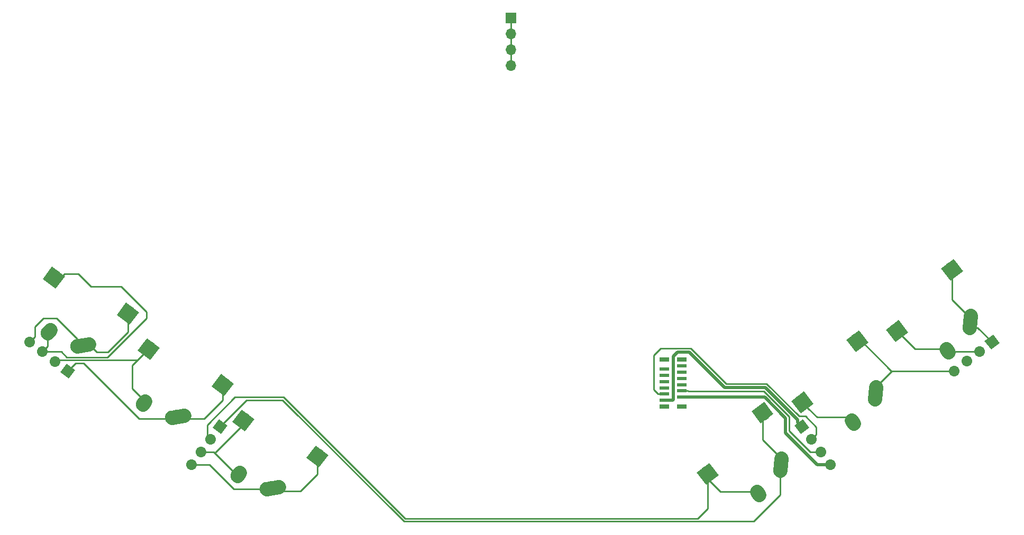
<source format=gbr>
G04 #@! TF.GenerationSoftware,KiCad,Pcbnew,(5.1.4)-1*
G04 #@! TF.CreationDate,2023-05-25T15:27:45-04:00*
G04 #@! TF.ProjectId,ThumbsUp,5468756d-6273-4557-902e-6b696361645f,rev?*
G04 #@! TF.SameCoordinates,Original*
G04 #@! TF.FileFunction,Copper,L2,Bot*
G04 #@! TF.FilePolarity,Positive*
%FSLAX46Y46*%
G04 Gerber Fmt 4.6, Leading zero omitted, Abs format (unit mm)*
G04 Created by KiCad (PCBNEW (5.1.4)-1) date 2023-05-25 15:27:45*
%MOMM*%
%LPD*%
G04 APERTURE LIST*
%ADD10C,1.700000*%
%ADD11C,1.700000*%
%ADD12C,0.100000*%
%ADD13R,1.700000X1.700000*%
%ADD14O,1.700000X1.700000*%
%ADD15C,2.500000*%
%ADD16C,2.250000*%
%ADD17C,2.250000*%
%ADD18R,1.500000X0.800000*%
%ADD19R,1.500000X0.600000*%
%ADD20C,0.254000*%
%ADD21C,0.508000*%
G04 APERTURE END LIST*
D10*
X213460025Y154962088D03*
D11*
X213460025Y154962088D02*
X213460025Y154962088D01*
D10*
X215488560Y156490698D03*
D11*
X215488560Y156490698D02*
X215488560Y156490698D01*
D10*
X217517094Y158019308D03*
D11*
X217517094Y158019308D02*
X217517094Y158019308D01*
D10*
X219545628Y159547918D03*
D12*
G36*
X220736011Y159380621D02*
G01*
X219378331Y158357535D01*
X218355245Y159715215D01*
X219712925Y160738301D01*
X220736011Y159380621D01*
X220736011Y159380621D01*
G37*
D13*
X142500000Y211500000D03*
D14*
X142500000Y208960000D03*
X142500000Y206420000D03*
X142500000Y203880000D03*
D10*
X71590133Y154960293D03*
D12*
G36*
X71757430Y153769910D02*
G01*
X70399750Y154792996D01*
X71422836Y156150676D01*
X72780516Y155127590D01*
X71757430Y153769910D01*
X71757430Y153769910D01*
G37*
D10*
X69561599Y156488903D03*
D11*
X69561599Y156488903D02*
X69561599Y156488903D01*
D10*
X67533065Y158017513D03*
D11*
X67533065Y158017513D02*
X67533065Y158017513D01*
D10*
X65504530Y159546123D03*
D11*
X65504530Y159546123D02*
X65504530Y159546123D01*
D10*
X95944722Y146038149D03*
D12*
G36*
X97135105Y146205446D02*
G01*
X96112019Y144847766D01*
X94754339Y145870852D01*
X95777425Y147228532D01*
X97135105Y146205446D01*
X97135105Y146205446D01*
G37*
D10*
X94416112Y144009615D03*
D11*
X94416112Y144009615D02*
X94416112Y144009615D01*
D10*
X92887502Y141981081D03*
D11*
X92887502Y141981081D02*
X92887502Y141981081D01*
D10*
X91358892Y139952546D03*
D11*
X91358892Y139952546D02*
X91358892Y139952546D01*
D10*
X193667308Y139936287D03*
D11*
X193667308Y139936287D02*
X193667308Y139936287D01*
D10*
X192138698Y141964822D03*
D11*
X192138698Y141964822D02*
X192138698Y141964822D01*
D10*
X190610088Y143993356D03*
D11*
X190610088Y143993356D02*
X190610088Y143993356D01*
D10*
X189081478Y146021890D03*
D12*
G36*
X189248775Y147212273D02*
G01*
X190271861Y145854593D01*
X188914181Y144831507D01*
X187891095Y146189187D01*
X189248775Y147212273D01*
X189248775Y147212273D01*
G37*
D15*
X99702944Y147012618D03*
D12*
G36*
X97932415Y146781638D02*
G01*
X99436953Y148778227D01*
X101473473Y147243598D01*
X99968935Y145247009D01*
X97932415Y146781638D01*
X97932415Y146781638D01*
G37*
D15*
X111555515Y141261489D03*
D12*
G36*
X109784986Y141030509D02*
G01*
X111289524Y143027098D01*
X113326044Y141492469D01*
X111821506Y139495880D01*
X109784986Y141030509D01*
X109784986Y141030509D01*
G37*
D16*
X103421995Y136021144D03*
X104384425Y136209960D03*
D17*
X105346857Y136398775D02*
X103421993Y136021145D01*
D16*
X98746911Y138191766D03*
X98937411Y138411334D03*
D17*
X99127910Y138630902D02*
X98746912Y138191766D01*
D15*
X84528870Y158447104D03*
D12*
G36*
X82758341Y158216124D02*
G01*
X84262879Y160212713D01*
X86299399Y158678084D01*
X84794861Y156681495D01*
X82758341Y158216124D01*
X82758341Y158216124D01*
G37*
D15*
X96381441Y152695975D03*
D12*
G36*
X94610912Y152464995D02*
G01*
X96115450Y154461584D01*
X98151970Y152926955D01*
X96647432Y150930366D01*
X94610912Y152464995D01*
X94610912Y152464995D01*
G37*
D16*
X88247921Y147455630D03*
X89210351Y147644446D03*
D17*
X90172783Y147833261D02*
X88247919Y147455631D01*
D16*
X83572837Y149626252D03*
X83763337Y149845820D03*
D17*
X83953836Y150065388D02*
X83572838Y149626252D01*
D16*
X197237740Y146796411D03*
D17*
X197079186Y147040052D02*
X197396294Y146552770D01*
D16*
X197396293Y146552770D03*
X200855236Y151425637D03*
D17*
X200939018Y152402830D02*
X200771454Y150448444D01*
D16*
X200771456Y150448445D03*
D15*
X197976015Y159711321D03*
D12*
G36*
X197710024Y157945712D02*
G01*
X196205486Y159942301D01*
X198242006Y161476930D01*
X199746544Y159480341D01*
X197710024Y157945712D01*
X197710024Y157945712D01*
G37*
D15*
X189180664Y149903124D03*
D12*
G36*
X188914673Y148137515D02*
G01*
X187410135Y150134104D01*
X189446655Y151668733D01*
X190951193Y149672144D01*
X188914673Y148137515D01*
X188914673Y148137515D01*
G37*
D15*
X204354739Y161337610D03*
D12*
G36*
X204088748Y159572001D02*
G01*
X202584210Y161568590D01*
X204620730Y163103219D01*
X206125268Y161106630D01*
X204088748Y159572001D01*
X204088748Y159572001D01*
G37*
D15*
X213150090Y171145807D03*
D12*
G36*
X212884099Y169380198D02*
G01*
X211379561Y171376787D01*
X213416081Y172911416D01*
X214920619Y170914827D01*
X212884099Y169380198D01*
X212884099Y169380198D01*
G37*
D16*
X215945531Y161882931D03*
X216029311Y162860123D03*
D17*
X216113093Y163837316D02*
X215945529Y161882930D01*
D16*
X212570368Y157987256D03*
X212411815Y158230897D03*
D17*
X212253261Y158474538D02*
X212570369Y157987256D01*
D16*
X68589262Y161280305D03*
D17*
X68779761Y161499873D02*
X68398763Y161060737D01*
D16*
X68398762Y161060737D03*
X74036276Y159078931D03*
D17*
X74998708Y159267746D02*
X73073844Y158890116D01*
D16*
X73073846Y158890115D03*
D15*
X81207366Y164130460D03*
D12*
G36*
X79436837Y163899480D02*
G01*
X80941375Y165896069D01*
X82977895Y164361440D01*
X81473357Y162364851D01*
X79436837Y163899480D01*
X79436837Y163899480D01*
G37*
D15*
X69354795Y169881589D03*
D12*
G36*
X67584266Y169650609D02*
G01*
X69088804Y171647198D01*
X71125324Y170112569D01*
X69620786Y168115980D01*
X67584266Y169650609D01*
X67584266Y169650609D01*
G37*
D16*
X182063666Y135361927D03*
D17*
X181905112Y135605568D02*
X182222220Y135118286D01*
D16*
X182222219Y135118286D03*
X185681162Y139991153D03*
D17*
X185764944Y140968346D02*
X185597380Y139013960D01*
D16*
X185597382Y139013961D03*
D15*
X182801941Y148276837D03*
D12*
G36*
X182535950Y146511228D02*
G01*
X181031412Y148507817D01*
X183067932Y150042446D01*
X184572470Y148045857D01*
X182535950Y146511228D01*
X182535950Y146511228D01*
G37*
D15*
X174006590Y138468640D03*
D12*
G36*
X173740599Y136703031D02*
G01*
X172236061Y138699620D01*
X174272581Y140234249D01*
X175777119Y138237660D01*
X173740599Y136703031D01*
X173740599Y136703031D01*
G37*
D18*
X167100000Y149250000D03*
X169900000Y149250000D03*
X167100000Y156750000D03*
X169900000Y156750000D03*
D19*
X167100000Y150250000D03*
X169900000Y150750000D03*
X167100000Y151250000D03*
X169900000Y151750000D03*
X167100000Y152250000D03*
X169900000Y152750000D03*
X167100000Y153250000D03*
X169900000Y153750000D03*
X167100000Y154250000D03*
X169900000Y154750000D03*
X167100000Y155250000D03*
X169900000Y155750000D03*
D20*
X170904000Y151750000D02*
X169900000Y151750000D01*
X190435178Y141964822D02*
X187081011Y145318989D01*
X192138698Y141964822D02*
X190435178Y141964822D01*
X187081011Y145318989D02*
X187081011Y147640662D01*
X187081011Y147640662D02*
X182983695Y151737978D01*
X182983695Y151737978D02*
X170916022Y151737978D01*
X170916022Y151737978D02*
X170904000Y151750000D01*
X166096000Y151250000D02*
X167100000Y151250000D01*
X165400000Y151946000D02*
X166096000Y151250000D01*
X165400000Y157500000D02*
X165400000Y151946000D01*
X171340662Y158581011D02*
X166481011Y158581011D01*
X177021672Y152900000D02*
X171340662Y158581011D01*
X166481011Y158581011D02*
X165400000Y157500000D01*
X191400000Y144783268D02*
X191400000Y145962522D01*
X190610088Y143993356D02*
X191400000Y144783268D01*
X191400000Y145962522D02*
X189662522Y147700000D01*
X189662522Y147700000D02*
X188665019Y147700000D01*
X188665019Y147700000D02*
X183465019Y152900000D01*
X183465019Y152900000D02*
X177021672Y152900000D01*
D21*
X186500000Y144978327D02*
X186500000Y147400000D01*
X183150000Y150750000D02*
X171158000Y150750000D01*
X193667308Y139936287D02*
X191542040Y139936287D01*
X191542040Y139936287D02*
X186500000Y144978327D01*
X171158000Y150750000D02*
X169900000Y150750000D01*
X186500000Y147400000D02*
X183150000Y150750000D01*
X168358000Y150250000D02*
X167100000Y150250000D01*
X168500000Y150392000D02*
X168358000Y150250000D01*
X168500000Y157317202D02*
X168500000Y150392000D01*
X171100000Y158000000D02*
X169182798Y158000000D01*
X169182798Y158000000D02*
X168500000Y157317202D01*
X188403821Y147139525D02*
X183224357Y152318989D01*
X188403821Y146699547D02*
X188403821Y147139525D01*
X189081478Y146021890D02*
X188403821Y146699547D01*
X183224357Y152318989D02*
X176781011Y152318989D01*
X176781011Y152318989D02*
X171100000Y158000000D01*
D20*
X203498276Y154962088D02*
X200939018Y152402830D01*
X213460025Y154962088D02*
X203498276Y154962088D01*
X198632347Y159711321D02*
X197976015Y159711321D01*
X203498276Y154962088D02*
X203381580Y154962088D01*
X203381580Y154962088D02*
X198632347Y159711321D01*
X190143944Y148939844D02*
X189180664Y149903124D01*
X191544505Y147539283D02*
X190143944Y148939844D01*
X196579955Y147539283D02*
X191544505Y147539283D01*
X197079186Y147040052D02*
X196579955Y147539283D01*
X212708491Y158019308D02*
X212253261Y158474538D01*
X217517094Y158019308D02*
X212708491Y158019308D01*
X207217811Y158474538D02*
X204354739Y161337610D01*
X212253261Y158474538D02*
X207217811Y158474538D01*
X217210615Y161882931D02*
X215945531Y161882931D01*
X219545628Y159547918D02*
X217210615Y161882931D01*
X216113093Y163837316D02*
X215662684Y163837316D01*
X213150090Y166349910D02*
X213150090Y171145807D01*
X215662684Y163837316D02*
X213150090Y166349910D01*
X73073846Y160126154D02*
X73073846Y158890115D01*
X69800000Y163400000D02*
X73073846Y160126154D01*
X67700000Y163400000D02*
X69800000Y163400000D01*
X66354529Y162054529D02*
X67700000Y163400000D01*
X65504530Y159546123D02*
X66354529Y160396122D01*
X66354529Y160396122D02*
X66354529Y162054529D01*
X81207366Y162465290D02*
X81207366Y164130460D01*
X81207366Y161207366D02*
X81207366Y162465290D01*
X78000000Y158000000D02*
X81207366Y161207366D01*
X74998708Y159267746D02*
X76266454Y158000000D01*
X76266454Y158000000D02*
X78000000Y158000000D01*
X68779761Y161499873D02*
X68779761Y160520239D01*
X68398762Y158883210D02*
X68398762Y161060737D01*
X67533065Y158017513D02*
X68398762Y158883210D01*
X70539987Y158017513D02*
X71403489Y157154011D01*
X67533065Y158017513D02*
X70539987Y158017513D01*
X80100000Y168500000D02*
X75300000Y168500000D01*
X75300000Y168500000D02*
X73300000Y170500000D01*
X71100000Y170500000D02*
X70500000Y169900000D01*
X77954011Y157154011D02*
X84200000Y163400000D01*
X71403489Y157154011D02*
X77954011Y157154011D01*
X73300000Y170500000D02*
X71100000Y170500000D01*
X84200000Y164400000D02*
X80100000Y168500000D01*
X84200000Y163400000D02*
X84200000Y164400000D01*
X69561599Y156488903D02*
X69772696Y156700000D01*
X82781766Y156700000D02*
X84528870Y158447104D01*
X69772696Y156700000D02*
X82781766Y156700000D01*
X83565590Y157483824D02*
X84528870Y158447104D01*
X81900000Y155818234D02*
X83565590Y157483824D01*
X81900000Y152119224D02*
X81900000Y155818234D01*
X83953836Y150065388D02*
X81900000Y152119224D01*
X89639522Y147300000D02*
X90172783Y147833261D01*
X83000000Y147300000D02*
X89639522Y147300000D01*
X74100000Y156200000D02*
X83000000Y147300000D01*
X71590133Y154960293D02*
X72829840Y156200000D01*
X72829840Y156200000D02*
X74100000Y156200000D01*
X96381441Y151030805D02*
X96381441Y152695975D01*
X96381441Y150281441D02*
X96381441Y151030805D01*
X93400000Y147300000D02*
X96381441Y150281441D01*
X90172783Y147833261D02*
X90706044Y147300000D01*
X90706044Y147300000D02*
X93400000Y147300000D01*
X111555515Y139596319D02*
X111555515Y141261489D01*
X111555515Y138455515D02*
X111555515Y139596319D01*
X108800000Y135700000D02*
X111555515Y138455515D01*
X105346857Y136398775D02*
X106045632Y135700000D01*
X106045632Y135700000D02*
X108800000Y135700000D01*
X104969226Y136021144D02*
X105346857Y136398775D01*
X98178856Y136021144D02*
X104969226Y136021144D01*
X91358892Y139952546D02*
X94247454Y139952546D01*
X94247454Y139952546D02*
X98178856Y136021144D01*
X92887502Y141981081D02*
X94957596Y141981081D01*
X95069339Y141869339D02*
X98746911Y138191766D01*
X94957596Y141981081D02*
X95069339Y141869339D01*
X99702944Y146402944D02*
X99702944Y147012618D01*
X95069339Y141869339D02*
X95169339Y141869339D01*
X95169339Y141869339D02*
X99702944Y146402944D01*
X174006590Y137693410D02*
X174006590Y138468640D01*
X181905112Y135605568D02*
X176094432Y135605568D01*
X176094432Y135605568D02*
X174006590Y137693410D01*
X174006590Y132906590D02*
X174006590Y138468640D01*
X98354010Y150754010D02*
X106145990Y150754010D01*
X172400000Y131300000D02*
X174006590Y132906590D01*
X125600000Y131300000D02*
X172400000Y131300000D01*
X94416112Y144009615D02*
X93900000Y144525727D01*
X93900000Y144525727D02*
X93900000Y146300000D01*
X106145990Y150754010D02*
X125600000Y131300000D01*
X93900000Y146300000D02*
X98354010Y150754010D01*
X182801941Y143931349D02*
X182801941Y148276837D01*
X185764944Y140968346D02*
X182801941Y143931349D01*
X172588058Y130845990D02*
X172642068Y130900000D01*
X125411943Y130845989D02*
X172588058Y130845990D01*
X172642068Y130900000D02*
X181400000Y130900000D01*
X105957933Y150299999D02*
X125411943Y130845989D01*
X185597382Y135097382D02*
X185597382Y137422971D01*
X181400000Y130900000D02*
X185597382Y135097382D01*
X100206572Y150299999D02*
X105957933Y150299999D01*
X95944722Y146038149D02*
X100206572Y150299999D01*
X185597382Y137422971D02*
X185597382Y139013961D01*
X142500000Y210396000D02*
X142500000Y203880000D01*
X142500000Y211500000D02*
X142500000Y210396000D01*
M02*

</source>
